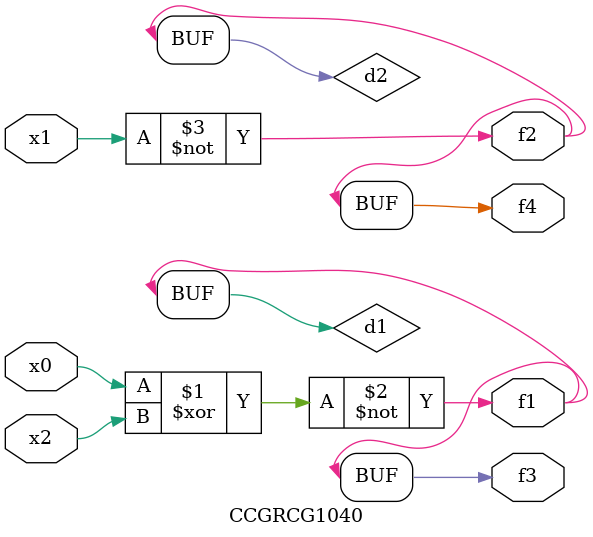
<source format=v>
module CCGRCG1040(
	input x0, x1, x2,
	output f1, f2, f3, f4
);

	wire d1, d2, d3;

	xnor (d1, x0, x2);
	nand (d2, x1);
	nor (d3, x1, x2);
	assign f1 = d1;
	assign f2 = d2;
	assign f3 = d1;
	assign f4 = d2;
endmodule

</source>
